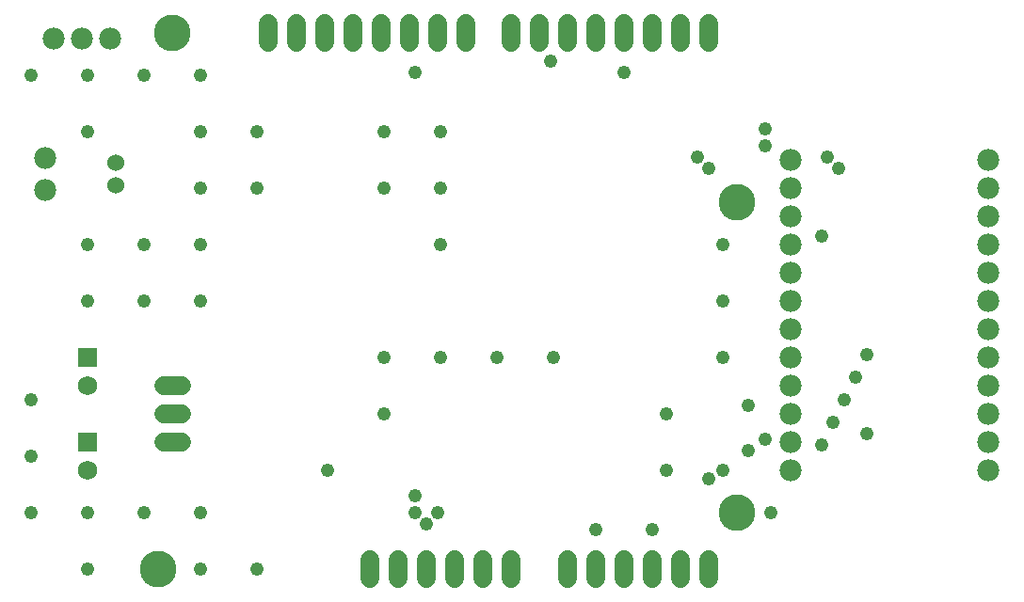
<source format=gbs>
G75*
G70*
%OFA0B0*%
%FSLAX24Y24*%
%IPPOS*%
%LPD*%
%AMOC8*
5,1,8,0,0,1.08239X$1,22.5*
%
%ADD10C,0.1300*%
%ADD11C,0.0680*%
%ADD12C,0.0780*%
%ADD13R,0.0690X0.0690*%
%ADD14C,0.0690*%
%ADD15C,0.0600*%
%ADD16C,0.0480*%
D10*
X005800Y001325D03*
X026300Y003325D03*
X026300Y014325D03*
X006300Y020325D03*
D11*
X009700Y020645D02*
X009700Y020005D01*
X010700Y020005D02*
X010700Y020645D01*
X011700Y020645D02*
X011700Y020005D01*
X012700Y020005D02*
X012700Y020645D01*
X013700Y020645D02*
X013700Y020005D01*
X014700Y020005D02*
X014700Y020645D01*
X015700Y020645D02*
X015700Y020005D01*
X016700Y020005D02*
X016700Y020645D01*
X018300Y020645D02*
X018300Y020005D01*
X019300Y020005D02*
X019300Y020645D01*
X020300Y020645D02*
X020300Y020005D01*
X021300Y020005D02*
X021300Y020645D01*
X022300Y020645D02*
X022300Y020005D01*
X023300Y020005D02*
X023300Y020645D01*
X024300Y020645D02*
X024300Y020005D01*
X025300Y020005D02*
X025300Y020645D01*
X006620Y007825D02*
X005980Y007825D01*
X005980Y006825D02*
X006620Y006825D01*
X006620Y005825D02*
X005980Y005825D01*
X013300Y001645D02*
X013300Y001005D01*
X014300Y001005D02*
X014300Y001645D01*
X015300Y001645D02*
X015300Y001005D01*
X016300Y001005D02*
X016300Y001645D01*
X017300Y001645D02*
X017300Y001005D01*
X018300Y001005D02*
X018300Y001645D01*
X020300Y001645D02*
X020300Y001005D01*
X021300Y001005D02*
X021300Y001645D01*
X022300Y001645D02*
X022300Y001005D01*
X023300Y001005D02*
X023300Y001645D01*
X024300Y001645D02*
X024300Y001005D01*
X025300Y001005D02*
X025300Y001645D01*
D12*
X028200Y004825D03*
X028200Y005825D03*
X028200Y006825D03*
X028200Y007825D03*
X028200Y008825D03*
X028200Y009825D03*
X028200Y010825D03*
X028200Y011825D03*
X028200Y012825D03*
X028200Y013825D03*
X028200Y014825D03*
X028200Y015825D03*
X035200Y015825D03*
X035200Y014825D03*
X035200Y013825D03*
X035200Y012825D03*
X035200Y011825D03*
X035200Y010825D03*
X035200Y009825D03*
X035200Y008825D03*
X035200Y007825D03*
X035200Y006825D03*
X035200Y005825D03*
X035200Y004825D03*
X004100Y020125D03*
X003100Y020125D03*
X002100Y020125D03*
X001800Y015895D03*
X001800Y014755D03*
D13*
X003300Y008825D03*
X003300Y005825D03*
D14*
X003300Y004825D03*
X003300Y007825D03*
D15*
X004300Y014931D03*
X004300Y015719D03*
D16*
X003300Y001325D03*
X003300Y003325D03*
X001300Y003325D03*
X001300Y005325D03*
X001300Y007325D03*
X003300Y010825D03*
X005300Y010825D03*
X007300Y010825D03*
X007300Y012825D03*
X005300Y012825D03*
X003300Y012825D03*
X007300Y014825D03*
X009300Y014825D03*
X009300Y016825D03*
X007300Y016825D03*
X007300Y018825D03*
X005300Y018825D03*
X003300Y018825D03*
X001300Y018825D03*
X003300Y016825D03*
X013800Y016825D03*
X015800Y016825D03*
X015800Y014825D03*
X013800Y014825D03*
X015800Y012825D03*
X015800Y008825D03*
X013800Y008825D03*
X013800Y006825D03*
X011800Y004825D03*
X014900Y003925D03*
X014900Y003325D03*
X015300Y002925D03*
X015700Y003325D03*
X021300Y002725D03*
X023300Y002725D03*
X025300Y004525D03*
X025800Y004825D03*
X026700Y005525D03*
X027300Y005925D03*
X029300Y005725D03*
X029700Y006525D03*
X030100Y007325D03*
X030500Y008125D03*
X030900Y008925D03*
X026700Y007125D03*
X023800Y006825D03*
X025800Y008825D03*
X025800Y010825D03*
X025800Y012825D03*
X029300Y013125D03*
X029900Y015525D03*
X029500Y015925D03*
X027300Y016325D03*
X027300Y016925D03*
X024900Y015925D03*
X025300Y015525D03*
X022300Y018925D03*
X019700Y019325D03*
X014900Y018925D03*
X017800Y008825D03*
X019800Y008825D03*
X023800Y004825D03*
X027500Y003325D03*
X030900Y006125D03*
X009300Y001325D03*
X007300Y001325D03*
X007300Y003325D03*
X005300Y003325D03*
M02*

</source>
